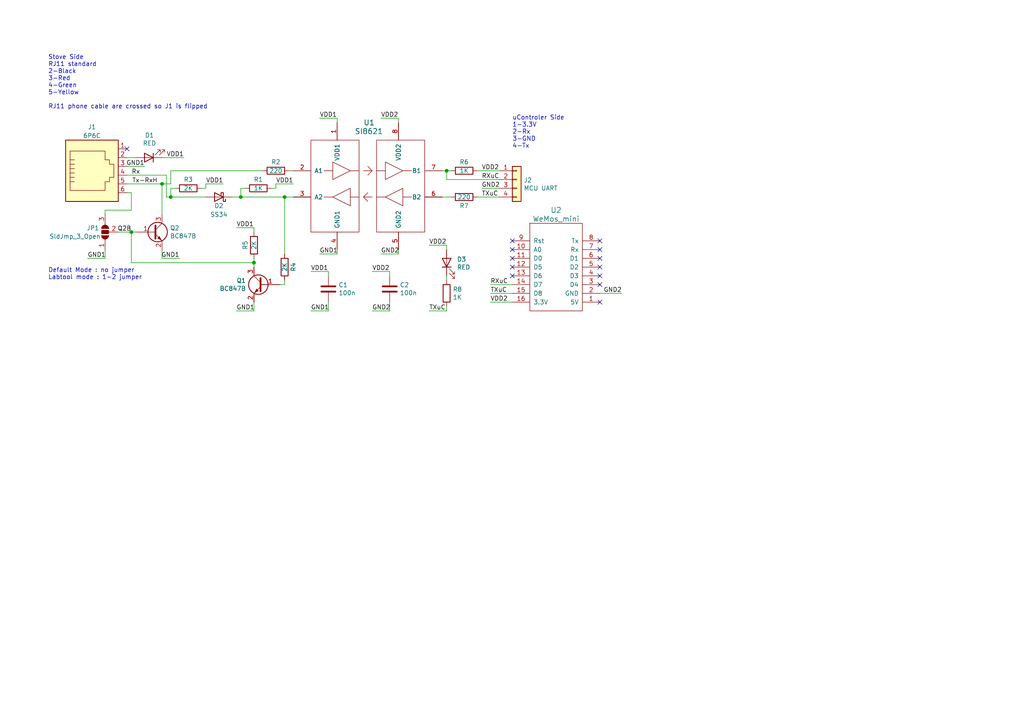
<source format=kicad_sch>
(kicad_sch (version 20231120) (generator "eeschema") (generator_version "8.0")
  (paper "A4")
  (lib_symbols
    (symbol "Connector:6P6C" (pin_names (offset 1.016))
      (property "Reference" "J" (at -5.08 11.43 0))
      (property "Value" "6P6C" (at 2.54 11.43 0))
      (symbol "6P6C_0_1"
        (polyline (pts (xy -6.35 -1.905) (xy -5.08 -1.905) (xy -5.08 -1.905)))
        (polyline (pts (xy -6.35 -0.635) (xy -5.08 -0.635) (xy -5.08 -0.635)))
        (polyline (pts (xy -6.35 0.635) (xy -5.08 0.635) (xy -5.08 0.635)))
        (polyline (pts (xy -6.35 1.905) (xy -5.08 1.905) (xy -5.08 1.905)))
        (polyline (pts (xy -6.35 3.175) (xy -5.08 3.175) (xy -5.08 3.175)))
        (polyline (pts (xy -5.08 4.445) (xy -6.35 4.445) (xy -6.35 4.445)))
        (polyline (pts (xy -6.35 -4.445) (xy -6.35 6.985) (xy 3.81 6.985) (xy 3.81 4.445) (xy 5.08 4.445) (xy 5.08 3.175) (xy 6.35 3.175) (xy 6.35 -0.635) (xy 5.08 -0.635) (xy 5.08 -1.905) (xy 3.81 -1.905) (xy 3.81 -4.445) (xy -6.35 -4.445) (xy -6.35 -4.445)))
        (rectangle (start 7.62 10.16) (end -7.62 -7.62) (stroke (width 0.254)) (fill (type background)))
      )
      (symbol "6P6C_1_1"
        (pin passive line (at 10.16 -5.08 180) (length 2.54) (name "~") (number "1"))
        (pin passive line (at 10.16 -2.54 180) (length 2.54) (name "~") (number "2"))
        (pin passive line (at 10.16 0 180) (length 2.54) (name "~") (number "3"))
        (pin passive line (at 10.16 2.54 180) (length 2.54) (name "~") (number "4"))
        (pin passive line (at 10.16 5.08 180) (length 2.54) (name "~") (number "5"))
        (pin passive line (at 10.16 7.62 180) (length 2.54) (name "~") (number "6"))
      )
    )
    (symbol "Connector_Generic:Conn_01x04" (pin_names (offset 1.016) hide)
      (property "Reference" "J" (at 0 5.08 0))
      (property "Value" "Conn_01x04" (at 0 -7.62 0))
      (symbol "Conn_01x04_1_1"
        (rectangle (start -1.27 -4.953) (end 0 -5.207) (stroke (width 0.1524)))
        (rectangle (start -1.27 -2.413) (end 0 -2.667) (stroke (width 0.1524)))
        (rectangle (start -1.27 0.127) (end 0 -0.127) (stroke (width 0.1524)))
        (rectangle (start -1.27 2.667) (end 0 2.413) (stroke (width 0.1524)))
        (rectangle (start -1.27 3.81) (end 1.27 -6.35) (stroke (width 0.254)) (fill (type background)))
        (pin passive line (at -5.08 2.54 0) (length 3.81) (name "Pin_1") (number "1"))
        (pin passive line (at -5.08 0 0) (length 3.81) (name "Pin_2") (number "2"))
        (pin passive line (at -5.08 -2.54 0) (length 3.81) (name "Pin_3") (number "3"))
        (pin passive line (at -5.08 -5.08 0) (length 3.81) (name "Pin_4") (number "4"))
      )
    )
    (symbol "Device:C" (pin_numbers hide) (pin_names (offset 0.254))
      (property "Reference" "C" (at 0.635 2.54 0))
      (property "Value" "C" (at 0.635 -2.54 0))
      (symbol "C_0_1"
        (polyline (pts (xy -2.032 -0.762) (xy 2.032 -0.762)) (stroke (width 0.508)))
        (polyline (pts (xy -2.032 0.762) (xy 2.032 0.762)) (stroke (width 0.508)))
      )
      (symbol "C_1_1"
        (pin passive line (at 0 3.81 270) (length 2.794) (name "~") (number "1"))
        (pin passive line (at 0 -3.81 90) (length 2.794) (name "~") (number "2"))
      )
    )
    (symbol "Device:D_Schottky" (pin_numbers hide) (pin_names (offset 1.016) hide)
      (property "Reference" "D" (at 0 2.54 0))
      (property "Value" "D_Schottky" (at 0 -2.54 0))
      (symbol "D_Schottky_0_1"
        (polyline (pts (xy 1.27 0) (xy -1.27 0)))
        (polyline (pts (xy 1.27 1.27) (xy 1.27 -1.27) (xy -1.27 0) (xy 1.27 1.27)) (stroke (width 0.254)))
        (polyline (pts (xy -1.905 0.635) (xy -1.905 1.27) (xy -1.27 1.27) (xy -1.27 -1.27) (xy -0.635 -1.27) (xy -0.635 -0.635)) (stroke (width 0.254)))
      )
      (symbol "D_Schottky_1_1"
        (pin passive line (at -3.81 0 0) (length 2.54) (name "K") (number "1"))
        (pin passive line (at 3.81 0 180) (length 2.54) (name "A") (number "2"))
      )
    )
    (symbol "Device:LED" (pin_numbers hide) (pin_names (offset 1.016) hide)
      (property "Reference" "D" (at 0 2.54 0))
      (property "Value" "LED" (at 0 -2.54 0))
      (symbol "LED_0_1"
        (polyline (pts (xy -1.27 -1.27) (xy -1.27 1.27)) (stroke (width 0.254)))
        (polyline (pts (xy -1.27 0) (xy 1.27 0)))
        (polyline (pts (xy 1.27 -1.27) (xy 1.27 1.27) (xy -1.27 0) (xy 1.27 -1.27)) (stroke (width 0.254)))
        (polyline (pts (xy -3.048 -0.762) (xy -4.572 -2.286) (xy -3.81 -2.286) (xy -4.572 -2.286) (xy -4.572 -1.524)))
        (polyline (pts (xy -1.778 -0.762) (xy -3.302 -2.286) (xy -2.54 -2.286) (xy -3.302 -2.286) (xy -3.302 -1.524)))
      )
      (symbol "LED_1_1"
        (pin passive line (at -3.81 0 0) (length 2.54) (name "K") (number "1"))
        (pin passive line (at 3.81 0 180) (length 2.54) (name "A") (number "2"))
      )
    )
    (symbol "Device:R" (pin_numbers hide) (pin_names (offset 0))
      (property "Reference" "R" (at 2.032 0 90))
      (property "Value" "R" (at 0 0 90))
      (symbol "R_0_1"
        (rectangle (start -1.016 -2.54) (end 1.016 2.54) (stroke (width 0.254)))
      )
      (symbol "R_1_1"
        (pin passive line (at 0 3.81 270) (length 1.27) (name "~") (number "1"))
        (pin passive line (at 0 -3.81 90) (length 1.27) (name "~") (number "2"))
      )
    )
    (symbol "Jumper:SolderJumper_3_Open" (pin_names (offset 0) hide) (exclude_from_sim yes) (in_bom no)
      (property "Reference" "JP" (at -2.54 -2.54 0))
      (property "Value" "SolderJumper_3_Open" (at 0 2.794 0))
      (symbol "SolderJumper_3_Open_0_1"
        (arc (start -1.016 1.016) (mid -2.0276 0) (end -1.016 -1.016))
        (arc (start -1.016 1.016) (mid -2.0276 0) (end -1.016 -1.016) (fill (type outline)))
        (rectangle (start -0.508 1.016) (end 0.508 -1.016) (fill (type outline)))
        (polyline (pts (xy -2.54 0) (xy -2.032 0)))
        (polyline (pts (xy -1.016 1.016) (xy -1.016 -1.016)))
        (polyline (pts (xy 0 -1.27) (xy 0 -1.016)))
        (polyline (pts (xy 1.016 1.016) (xy 1.016 -1.016)))
        (polyline (pts (xy 2.54 0) (xy 2.032 0)))
        (arc (start 1.016 -1.016) (mid 2.0276 0) (end 1.016 1.016))
        (arc (start 1.016 -1.016) (mid 2.0276 0) (end 1.016 1.016) (fill (type outline)))
      )
      (symbol "SolderJumper_3_Open_1_1"
        (pin passive line (at -5.08 0 0) (length 2.54) (name "A") (number "1"))
        (pin passive line (at 0 -3.81 90) (length 2.54) (name "C") (number "2"))
        (pin passive line (at 5.08 0 180) (length 2.54) (name "B") (number "3"))
      )
    )
    (symbol "Transistor_BJT:BC847" (pin_names (offset 0) hide)
      (property "Reference" "Q" (at 5.08 1.905 0))
      (property "Value" "BC847" (at 5.08 0 0))
      (symbol "BC847_0_1"
        (polyline (pts (xy 0.635 0.635) (xy 2.54 2.54)))
        (polyline (pts (xy 0.635 -0.635) (xy 2.54 -2.54) (xy 2.54 -2.54)))
        (polyline (pts (xy 0.635 1.905) (xy 0.635 -1.905) (xy 0.635 -1.905)) (stroke (width 0.508)))
        (polyline (pts (xy 1.27 -1.778) (xy 1.778 -1.27) (xy 2.286 -2.286) (xy 1.27 -1.778) (xy 1.27 -1.778)) (fill (type outline)))
        (circle (center 1.27 0) (radius 2.8194) (stroke (width 0.254)))
      )
      (symbol "BC847_1_1"
        (pin input line (at -5.08 0 0) (length 5.715) (name "B") (number "1"))
        (pin passive line (at 2.54 -5.08 90) (length 2.54) (name "E") (number "2"))
        (pin passive line (at 2.54 5.08 270) (length 2.54) (name "C") (number "3"))
      )
    )
    (symbol "si8621:SI8621" (pin_names (offset 1.016))
      (property "Reference" "U" (at 13.97 -17.78 0))
      (property "Value" "SI8621" (at 0 -16.51 0))
      (symbol "SI8621_0_1"
        (rectangle (start -16.51 12.7) (end -2.54 -13.97))
        (polyline (pts (xy -10.16 -3.81) (xy -12.7 -3.81)))
        (polyline (pts (xy -10.16 3.81) (xy -12.7 3.81)))
        (polyline (pts (xy -5.08 -3.81) (xy -2.54 -3.81)))
        (polyline (pts (xy -5.08 3.81) (xy -2.54 3.81)))
        (polyline (pts (xy -1.27 -3.81) (xy 0 -5.08)))
        (polyline (pts (xy 1.27 3.81) (xy 0 2.54)))
        (polyline (pts (xy 2.54 -3.81) (xy 5.08 -3.81)))
        (polyline (pts (xy 2.54 3.81) (xy 5.08 3.81)))
        (polyline (pts (xy 10.16 -3.81) (xy 12.7 -3.81)))
        (polyline (pts (xy 10.16 3.81) (xy 12.7 3.81)))
        (polyline (pts (xy -1.27 3.81) (xy 1.27 3.81) (xy 0 5.08)))
        (polyline (pts (xy 1.27 -3.81) (xy -1.27 -3.81) (xy 0 -2.54)))
        (polyline (pts (xy -10.16 6.35) (xy -5.08 3.81) (xy -10.16 1.27) (xy -10.16 6.35)))
        (polyline (pts (xy -5.08 -1.27) (xy -10.16 -3.81) (xy -5.08 -6.35) (xy -5.08 -1.27)))
        (polyline (pts (xy 5.08 6.35) (xy 10.16 3.81) (xy 5.08 1.27) (xy 5.08 6.35)))
        (polyline (pts (xy 10.16 -1.27) (xy 5.08 -3.81) (xy 10.16 -6.35) (xy 10.16 -1.27)))
        (rectangle (start 2.54 12.7) (end 16.51 -13.97))
      )
      (symbol "SI8621_1_1"
        (pin power_in line (at -8.89 17.78 270) (length 5.08) (name "VDD1") (number "1"))
        (pin input line (at -21.59 3.81 0) (length 5.08) (name "A1") (number "2"))
        (pin output line (at -21.59 -3.81 0) (length 5.08) (name "A2") (number "3"))
        (pin power_in line (at -8.89 -19.05 90) (length 5.08) (name "GND1") (number "4"))
        (pin power_in line (at 8.89 -19.05 90) (length 5.08) (name "GND2") (number "5"))
        (pin input line (at 21.59 -3.81 180) (length 5.08) (name "B2") (number "6"))
        (pin output line (at 21.59 3.81 180) (length 5.08) (name "B1") (number "7"))
        (pin power_in line (at 8.89 17.78 270) (length 5.08) (name "VDD2") (number "8"))
      )
    )
    (symbol "wemos_mini:WeMos_mini" (pin_names (offset 1.016))
      (property "Reference" "U" (at 0 12.7 0))
      (property "Value" "WeMos_mini" (at 0 -12.7 0))
      (property "Datasheet" "http://www.wemos.cc/Products/d1_mini.html" (at 13.97 -17.78 0))
      (symbol "WeMos_mini_0_1"
        (rectangle (start -7.62 11.43) (end 7.62 -13.97))
      )
      (symbol "WeMos_mini_1_1"
        (pin power_in line (at -12.7 8.89 0) (length 5.08) (name "5V") (number "1"))
        (pin bidirectional line (at 12.7 -6.35 180) (length 5.08) (name "A0") (number "10"))
        (pin bidirectional line (at 12.7 -3.81 180) (length 5.08) (name "D0") (number "11"))
        (pin bidirectional line (at 12.7 -1.27 180) (length 5.08) (name "D5") (number "12"))
        (pin bidirectional line (at 12.7 1.27 180) (length 5.08) (name "D6") (number "13"))
        (pin bidirectional line (at 12.7 3.81 180) (length 5.08) (name "D7") (number "14"))
        (pin bidirectional line (at 12.7 6.35 180) (length 5.08) (name "D8") (number "15"))
        (pin power_out line (at 12.7 8.89 180) (length 5.08) (name "3.3V") (number "16"))
        (pin power_in line (at -12.7 6.35 0) (length 5.08) (name "GND") (number "2"))
        (pin bidirectional line (at -12.7 3.81 0) (length 5.08) (name "D4") (number "3"))
        (pin bidirectional line (at -12.7 1.27 0) (length 5.08) (name "D3") (number "4"))
        (pin bidirectional line (at -12.7 -1.27 0) (length 5.08) (name "D2") (number "5"))
        (pin bidirectional line (at -12.7 -3.81 0) (length 5.08) (name "D1") (number "6"))
        (pin bidirectional line (at -12.7 -6.35 0) (length 5.08) (name "Rx") (number "7"))
        (pin bidirectional line (at -12.7 -8.89 0) (length 5.08) (name "Tx") (number "8"))
        (pin bidirectional line (at 12.7 -8.89 180) (length 5.08) (name "Rst") (number "9"))
      )
    )
  )
  (junction (at 129.54 49.53))
  (junction (at 82.55 57.15))
  (junction (at 73.66 76.2))
  (junction (at 46.99 53.34))
  (junction (at 49.53 57.15))
  (junction (at 38.1 67.31))
  (junction (at 69.85 57.15))
  (no_connect (at 148.59 72.39))
  (no_connect (at 173.99 72.39))
  (no_connect (at 148.59 74.93))
  (no_connect (at 173.99 74.93))
  (no_connect (at 148.59 80.01))
  (no_connect (at 36.83 43.18))
  (no_connect (at 173.99 80.01))
  (no_connect (at 148.59 77.47))
  (no_connect (at 173.99 69.85))
  (no_connect (at 173.99 87.63))
  (no_connect (at 173.99 82.55))
  (no_connect (at 173.99 77.47))
  (no_connect (at 148.59 69.85))
  (wire (pts (xy 97.79 34.29) (xy 92.71 34.29)))
  (wire (pts (xy 113.03 78.74) (xy 107.95 78.74)))
  (wire (pts (xy 69.85 54.61) (xy 71.12 54.61)))
  (wire (pts (xy 38.1 67.31) (xy 38.1 76.2)))
  (wire (pts (xy 59.69 57.15) (xy 49.53 57.15)))
  (wire (pts (xy 46.99 74.93) (xy 52.07 74.93)))
  (wire (pts (xy 115.57 34.29) (xy 110.49 34.29)))
  (wire (pts (xy 36.83 53.34) (xy 46.99 53.34)))
  (wire (pts (xy 129.54 71.12) (xy 124.46 71.12)))
  (wire (pts (xy 115.57 73.66) (xy 115.57 72.39)))
  (wire (pts (xy 69.85 57.15) (xy 82.55 57.15)))
  (wire (pts (xy 49.53 49.53) (xy 76.2 49.53)))
  (wire (pts (xy 36.83 48.26) (xy 41.91 48.26)))
  (wire (pts (xy 173.99 85.09) (xy 180.34 85.09)))
  (wire (pts (xy 139.7 54.61) (xy 144.78 54.61)))
  (wire (pts (xy 67.31 57.15) (xy 69.85 57.15)))
  (wire (pts (xy 73.66 66.04) (xy 68.58 66.04)))
  (wire (pts (xy 46.99 45.72) (xy 53.34 45.72)))
  (wire (pts (xy 113.03 87.63) (xy 113.03 90.17)))
  (wire (pts (xy 129.54 88.9) (xy 129.54 90.17)))
  (wire (pts (xy 129.54 49.53) (xy 128.27 49.53)))
  (wire (pts (xy 46.99 62.23) (xy 46.99 53.34)))
  (wire (pts (xy 95.25 80.01) (xy 95.25 78.74)))
  (wire (pts (xy 34.29 67.31) (xy 38.1 67.31)))
  (wire (pts (xy 129.54 52.07) (xy 144.78 52.07)))
  (wire (pts (xy 80.01 54.61) (xy 80.01 53.34)))
  (wire (pts (xy 113.03 80.01) (xy 113.03 78.74)))
  (wire (pts (xy 95.25 87.63) (xy 95.25 90.17)))
  (wire (pts (xy 46.99 53.34) (xy 49.53 53.34)))
  (wire (pts (xy 82.55 82.55) (xy 81.28 82.55)))
  (wire (pts (xy 148.59 87.63) (xy 142.24 87.63)))
  (wire (pts (xy 97.79 35.56) (xy 97.79 34.29)))
  (wire (pts (xy 30.48 72.39) (xy 30.48 74.93)))
  (wire (pts (xy 78.74 54.61) (xy 80.01 54.61)))
  (wire (pts (xy 38.1 67.31) (xy 39.37 67.31)))
  (wire (pts (xy 115.57 73.66) (xy 110.49 73.66)))
  (wire (pts (xy 97.79 73.66) (xy 92.71 73.66)))
  (wire (pts (xy 129.54 72.39) (xy 129.54 71.12)))
  (wire (pts (xy 95.25 90.17) (xy 90.17 90.17)))
  (wire (pts (xy 85.09 49.53) (xy 83.82 49.53)))
  (wire (pts (xy 73.66 76.2) (xy 73.66 77.47)))
  (wire (pts (xy 38.1 60.96) (xy 38.1 55.88)))
  (wire (pts (xy 59.69 53.34) (xy 64.77 53.34)))
  (wire (pts (xy 130.81 49.53) (xy 129.54 49.53)))
  (wire (pts (xy 49.53 54.61) (xy 49.53 57.15)))
  (wire (pts (xy 36.83 50.8) (xy 48.26 50.8)))
  (wire (pts (xy 73.66 90.17) (xy 68.58 90.17)))
  (wire (pts (xy 73.66 74.93) (xy 73.66 76.2)))
  (wire (pts (xy 82.55 73.66) (xy 82.55 57.15)))
  (wire (pts (xy 30.48 62.23) (xy 30.48 60.96)))
  (wire (pts (xy 59.69 54.61) (xy 59.69 53.34)))
  (wire (pts (xy 50.8 54.61) (xy 49.53 54.61)))
  (wire (pts (xy 30.48 60.96) (xy 38.1 60.96)))
  (wire (pts (xy 46.99 72.39) (xy 46.99 74.93)))
  (wire (pts (xy 73.66 76.2) (xy 38.1 76.2)))
  (wire (pts (xy 130.81 57.15) (xy 128.27 57.15)))
  (wire (pts (xy 144.78 57.15) (xy 138.43 57.15)))
  (wire (pts (xy 58.42 54.61) (xy 59.69 54.61)))
  (wire (pts (xy 36.83 55.88) (xy 38.1 55.88)))
  (wire (pts (xy 115.57 35.56) (xy 115.57 34.29)))
  (wire (pts (xy 129.54 49.53) (xy 129.54 52.07)))
  (wire (pts (xy 73.66 67.31) (xy 73.66 66.04)))
  (wire (pts (xy 148.59 85.09) (xy 142.24 85.09)))
  (wire (pts (xy 69.85 54.61) (xy 69.85 57.15)))
  (wire (pts (xy 129.54 90.17) (xy 124.46 90.17)))
  (wire (pts (xy 82.55 57.15) (xy 85.09 57.15)))
  (wire (pts (xy 82.55 81.28) (xy 82.55 82.55)))
  (wire (pts (xy 48.26 57.15) (xy 49.53 57.15)))
  (wire (pts (xy 39.37 45.72) (xy 36.83 45.72)))
  (wire (pts (xy 95.25 78.74) (xy 90.17 78.74)))
  (wire (pts (xy 30.48 74.93) (xy 25.4 74.93)))
  (wire (pts (xy 48.26 57.15) (xy 48.26 50.8)))
  (wire (pts (xy 97.79 72.39) (xy 97.79 73.66)))
  (wire (pts (xy 129.54 80.01) (xy 129.54 81.28)))
  (wire (pts (xy 113.03 90.17) (xy 107.95 90.17)))
  (wire (pts (xy 49.53 49.53) (xy 49.53 53.34)))
  (wire (pts (xy 80.01 53.34) (xy 85.09 53.34)))
  (wire (pts (xy 142.24 82.55) (xy 148.59 82.55)))
  (wire (pts (xy 138.43 49.53) (xy 144.78 49.53)))
  (wire (pts (xy 73.66 87.63) (xy 73.66 90.17)))
  (text "uControler Side\n1-3.3V\n2-Rx\n3-GND\n4-Tx" (at 148.59 43.18 0) (effects (font (size 1.27 1.27)) (justify left bottom)))
  (text "Default Mode : no jumper\nLabtool mode : 1-2 jumper" (at 13.97 81.28 0) (effects (font (size 1.27 1.27)) (justify left bottom)))
  (text "Stove Side\nRJ11 standard\n2-Black\n3-Red\n4-Green\n5-Yellow\n\nRJ11 phone cable are crossed so J1 is flipped" (at 13.97 31.75 0) (effects (font (size 1.27 1.27)) (justify left bottom)))
  (label "VDD1" (at 64.77 53.34 180))
  (label "VDD1" (at 85.09 53.34 180))
  (label "VDD1" (at 90.17 78.74 0))
  (label "Tx-RxH" (at 45.72 53.34 180))
  (label "RXuC" (at 139.7 52.07 0))
  (label "GND1" (at 92.71 73.66 0))
  (label "RXuC" (at 142.24 82.55 0))
  (label "GND2" (at 110.49 73.66 0))
  (label "TXuC" (at 142.24 85.09 0))
  (label "VDD1" (at 68.58 66.04 0))
  (label "GND1" (at 41.91 48.26 180))
  (label "Q2B" (at 38.1 67.31 180))
  (label "VDD2" (at 110.49 34.29 0))
  (label "TXuC" (at 139.7 57.15 0))
  (label "VDD2" (at 124.46 71.12 0))
  (label "GND1" (at 90.17 90.17 0))
  (label "GND1" (at 68.58 90.17 0))
  (label "VDD1" (at 53.34 45.72 180))
  (label "VDD2" (at 107.95 78.74 0))
  (label "VDD2" (at 142.24 87.63 0))
  (label "VDD2" (at 139.7 49.53 0))
  (label "GND2" (at 139.7 54.61 0))
  (label "GND2" (at 180.34 85.09 180))
  (label "GND1" (at 25.4 74.93 0))
  (label "Rx" (at 40.64 50.8 180))
  (label "VDD1" (at 92.71 34.29 0))
  (label "TXuC" (at 124.46 90.17 0))
  (label "GND1" (at 52.07 74.93 180))
  (label "GND2" (at 107.95 90.17 0))
  (symbol (lib_id "si8621:SI8621") (at 106.68 53.34 0) (unit 1)
    (property "Reference" "U1" (at 105.41 35.56 0) (effects (font (size 1.524 1.524)) (justify left)))
    (property "Value" "SI8621" (at 102.87 38.1 0) (effects (font (size 1.524 1.524)) (justify left)))
    (property "Footprint" "Package_SO:SOIC-8_3.9x4.9mm_P1.27mm" (effects (hide yes)))
  )
  (symbol (lib_id "Transistor_BJT:BC847") (at 76.2 82.55 0) (mirror y) (unit 1)
    (property "Reference" "Q1" (at 71.3486 81.3816 0) (effects (justify left)))
    (property "Value" "BC847B" (at 71.3486 83.693 0) (effects (justify left)))
    (property "Footprint" "Package_TO_SOT_SMD:SOT-23_Handsoldering" (effects (hide yes)))
    (property "Datasheet" "http://www.infineon.com/dgdl/Infineon-BC847SERIES_BC848SERIES_BC849SERIES_BC850SERIES-DS-v01_01-en.pdf?fileId=db3a304314dca389011541d4630a1657" (effects (hide yes)))
  )
  (symbol (lib_id "Transistor_BJT:BC847") (at 44.45 67.31 0) (unit 1)
    (property "Reference" "Q2" (at 49.3014 66.1416 0) (effects (justify left)))
    (property "Value" "BC847B" (at 49.3014 68.453 0) (effects (justify left)))
    (property "Footprint" "Package_TO_SOT_SMD:SOT-23_Handsoldering" (effects (hide yes)))
    (property "Datasheet" "http://www.infineon.com/dgdl/Infineon-BC847SERIES_BC848SERIES_BC849SERIES_BC850SERIES-DS-v01_01-en.pdf?fileId=db3a304314dca389011541d4630a1657" (effects (hide yes)))
  )
  (symbol (lib_id "Connector_Generic:Conn_01x04") (at 149.86 52.07 0) (unit 1)
    (property "Reference" "J2" (at 151.892 52.2732 0) (effects (justify left)))
    (property "Value" "MCU UART" (at 151.892 54.5846 0) (effects (justify left)))
    (property "Footprint" "Connector_PinHeader_2.54mm:PinHeader_1x04_P2.54mm_Vertical" (effects (hide yes)))
  )
  (symbol (lib_id "Connector:6P6C") (at 26.67 48.26 0) (mirror x) (unit 1)
    (property "Reference" "J1" (at 26.67 36.83 0))
    (property "Value" "6P6C" (at 26.67 39.37 0))
    (property "Footprint" "MyRJ:Ali_RJ12" (effects (hide yes)))
  )
  (symbol (lib_id "Device:LED") (at 43.18 45.72 180) (unit 1)
    (property "Reference" "D1" (at 43.3578 39.243 0))
    (property "Value" "RED" (at 43.3578 41.5544 0))
    (property "Footprint" "LED_SMD:LED_0805_2012Metric_Pad1.15x1.40mm_HandSolder" (effects (hide yes)))
  )
  (symbol (lib_id "Device:R") (at 74.93 54.61 90) (unit 1)
    (property "Reference" "R1" (at 74.93 52.07 90))
    (property "Value" "1K" (at 74.93 54.61 90))
    (property "Footprint" "Resistor_SMD:R_0805_2012Metric_Pad1.15x1.40mm_HandSolder" (effects (hide yes)))
  )
  (symbol (lib_id "Device:R") (at 54.61 54.61 90) (unit 1)
    (property "Reference" "R3" (at 54.61 52.07 90))
    (property "Value" "2K" (at 54.61 54.61 90))
    (property "Footprint" "Resistor_SMD:R_0805_2012Metric_Pad1.15x1.40mm_HandSolder" (effects (hide yes)))
  )
  (symbol (lib_id "Device:R") (at 82.55 77.47 0) (mirror y) (unit 1)
    (property "Reference" "R4" (at 85.09 77.47 90))
    (property "Value" "2K" (at 82.55 77.47 90))
    (property "Footprint" "Resistor_SMD:R_0805_2012Metric_Pad1.15x1.40mm_HandSolder" (effects (hide yes)))
  )
  (symbol (lib_id "Device:R") (at 80.01 49.53 90) (unit 1)
    (property "Reference" "R2" (at 80.01 46.99 90))
    (property "Value" "220" (at 80.01 49.53 90))
    (property "Footprint" "Resistor_SMD:R_0805_2012Metric_Pad1.15x1.40mm_HandSolder" (effects (hide yes)))
  )
  (symbol (lib_id "Device:R") (at 73.66 71.12 0) (mirror y) (unit 1)
    (property "Reference" "R5" (at 71.12 71.12 90))
    (property "Value" "2K" (at 73.66 71.12 90))
    (property "Footprint" "Resistor_SMD:R_0805_2012Metric_Pad1.15x1.40mm_HandSolder" (effects (hide yes)))
  )
  (symbol (lib_id "Device:R") (at 134.62 57.15 270) (unit 1)
    (property "Reference" "R7" (at 134.62 59.69 90))
    (property "Value" "220" (at 134.62 57.15 90))
    (property "Footprint" "Resistor_SMD:R_0805_2012Metric_Pad1.15x1.40mm_HandSolder" (effects (hide yes)))
  )
  (symbol (lib_id "Device:R") (at 134.62 49.53 90) (unit 1)
    (property "Reference" "R6" (at 134.62 46.99 90))
    (property "Value" "1K" (at 134.62 49.53 90))
    (property "Footprint" "Resistor_SMD:R_0805_2012Metric_Pad1.15x1.40mm_HandSolder" (effects (hide yes)))
  )
  (symbol (lib_id "Device:LED") (at 129.54 76.2 90) (unit 1)
    (property "Reference" "D3" (at 132.5118 75.2094 90) (effects (justify right)))
    (property "Value" "RED" (at 132.5118 77.5208 90) (effects (justify right)))
    (property "Footprint" "LED_SMD:LED_0805_2012Metric_Pad1.15x1.40mm_HandSolder" (effects (hide yes)))
  )
  (symbol (lib_id "Device:C") (at 95.25 83.82 0) (unit 1)
    (property "Reference" "C1" (at 98.171 82.6516 0) (effects (justify left)))
    (property "Value" "100n" (at 98.171 84.963 0) (effects (justify left)))
    (property "Footprint" "Capacitor_SMD:C_0805_2012Metric_Pad1.15x1.40mm_HandSolder" (effects (hide yes)))
  )
  (symbol (lib_id "Device:C") (at 113.03 83.82 0) (unit 1)
    (property "Reference" "C2" (at 115.951 82.6516 0) (effects (justify left)))
    (property "Value" "100n" (at 115.951 84.963 0) (effects (justify left)))
    (property "Footprint" "Capacitor_SMD:C_0805_2012Metric_Pad1.15x1.40mm_HandSolder" (effects (hide yes)))
  )
  (symbol (lib_id "Device:R") (at 129.54 85.09 180) (unit 1)
    (property "Reference" "R8" (at 131.318 83.9216 0) (effects (justify right)))
    (property "Value" "1K" (at 131.318 86.233 0) (effects (justify right)))
    (property "Footprint" "Resistor_SMD:R_0805_2012Metric_Pad1.15x1.40mm_HandSolder" (effects (hide yes)))
  )
  (symbol (lib_id "wemos_mini:WeMos_mini") (at 161.29 78.74 180) (unit 1)
    (property "Reference" "U2" (at 161.29 60.96 0) (effects (font (size 1.524 1.524))))
    (property "Value" "WeMos_mini" (at 161.29 63.5 0) (effects (font (size 1.524 1.524))))
    (property "Footprint" "wemos_d1_mini:wemos-d1-mini-DIL-only" (effects (hide yes)))
    (property "Datasheet" "http://www.wemos.cc/Products/d1_mini.html" (effects (hide yes)))
  )
  (symbol (lib_id "Jumper:SolderJumper_3_Open") (at 30.48 67.31 90) (unit 1)
    (property "Reference" "JP1" (at 28.7782 66.1416 90) (effects (justify left)))
    (property "Value" "SldJmp_3_Open" (at 29.21 68.58 90) (effects (justify left)))
    (property "Footprint" "Jumper:SolderJumper-3_P1.3mm_Open_Pad1.0x1.5mm_NumberLabels" (effects (hide yes)))
  )
  (symbol (lib_id "Device:D_Schottky") (at 63.5 57.15 180) (unit 1)
    (property "Reference" "D2" (at 63.5 59.69 0))
    (property "Value" "SS34" (at 63.5 62.23 0))
    (property "Footprint" "Diode_SMD:D_SMA" (effects (hide yes)))
  )
)
</source>
